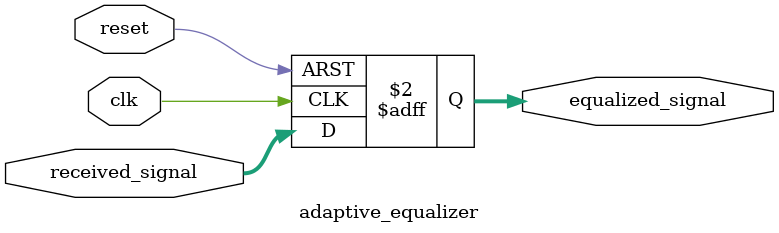
<source format=v>
module adaptive_equalizer (
    input clk,
    input reset,
    input signed [15:0] received_signal,
    output reg signed [15:0] equalized_signal
);

reg signed [15:0] coefficients [0:3];

always @(posedge clk or posedge reset) begin
    if (reset) begin
        equalized_signal <= 0;
    end else begin
        equalized_signal <= received_signal; 
    end
end

endmodule

</source>
